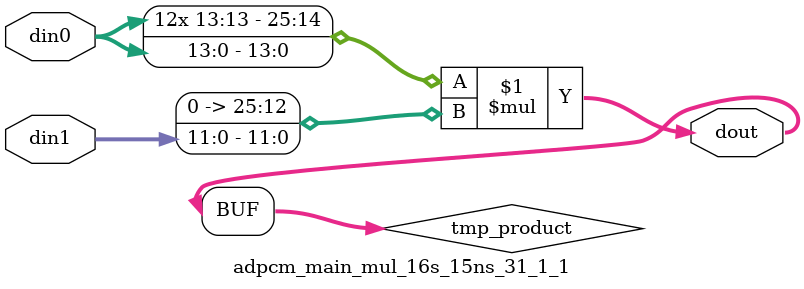
<source format=v>

`timescale 1 ns / 1 ps

  module adpcm_main_mul_16s_15ns_31_1_1(din0, din1, dout);
parameter ID = 1;
parameter NUM_STAGE = 0;
parameter din0_WIDTH = 14;
parameter din1_WIDTH = 12;
parameter dout_WIDTH = 26;

input [din0_WIDTH - 1 : 0] din0; 
input [din1_WIDTH - 1 : 0] din1; 
output [dout_WIDTH - 1 : 0] dout;

wire signed [dout_WIDTH - 1 : 0] tmp_product;












assign tmp_product = $signed(din0) * $signed({1'b0, din1});









assign dout = tmp_product;







endmodule

</source>
